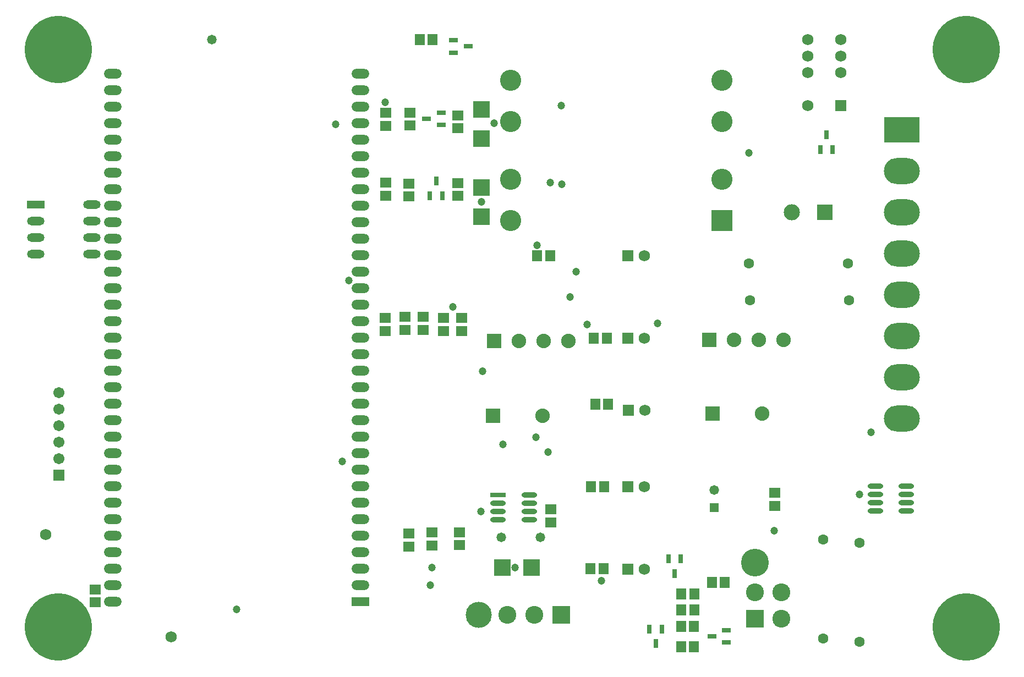
<source format=gts>
G04 Layer_Color=8388736*
%FSLAX25Y25*%
%MOIN*%
G70*
G01*
G75*
%ADD50R,0.05328X0.03162*%
%ADD51R,0.06312X0.06706*%
%ADD52R,0.10642X0.05131*%
%ADD53O,0.10642X0.05131*%
%ADD54R,0.09855X0.09855*%
%ADD55R,0.03162X0.05328*%
%ADD56R,0.06706X0.06312*%
%ADD57R,0.09461X0.03162*%
%ADD58O,0.09461X0.03162*%
%ADD59R,0.09855X0.09855*%
%ADD60R,0.06706X0.06706*%
%ADD61C,0.06706*%
%ADD62R,0.10800X0.05800*%
%ADD63O,0.10800X0.05800*%
%ADD64C,0.09800*%
%ADD65R,0.09800X0.09800*%
%ADD66C,0.16800*%
%ADD67C,0.10800*%
%ADD68R,0.10800X0.10800*%
%ADD69C,0.15800*%
%ADD70R,0.12800X0.12800*%
%ADD71C,0.12800*%
%ADD72R,0.06800X0.06800*%
%ADD73C,0.06800*%
%ADD74O,0.21800X0.15800*%
%ADD75R,0.21800X0.15800*%
%ADD76R,0.06800X0.06800*%
%ADD77R,0.08800X0.08800*%
%ADD78C,0.08800*%
%ADD79R,0.05800X0.05800*%
%ADD80C,0.05800*%
%ADD81C,0.06312*%
%ADD82R,0.08800X0.08800*%
%ADD83C,0.40800*%
%ADD84C,0.04737*%
D50*
X422071Y19500D02*
D03*
X430929Y23240D02*
D03*
Y15760D02*
D03*
X274429Y377051D02*
D03*
X265571Y373311D02*
D03*
Y380791D02*
D03*
X249142Y333240D02*
D03*
X258000Y336980D02*
D03*
Y329500D02*
D03*
D51*
X403500Y35500D02*
D03*
X411374D02*
D03*
X324059Y250000D02*
D03*
X316185D02*
D03*
X252937Y381000D02*
D03*
X245063D02*
D03*
X429937Y52000D02*
D03*
X422063D02*
D03*
X403500Y45000D02*
D03*
X411374D02*
D03*
X403441Y13000D02*
D03*
X411315D02*
D03*
X356437Y60500D02*
D03*
X348563D02*
D03*
X348941Y110000D02*
D03*
X356815D02*
D03*
X351441Y160000D02*
D03*
X359315D02*
D03*
X350563Y200000D02*
D03*
X358437D02*
D03*
X403441Y25500D02*
D03*
X411315D02*
D03*
D52*
X12602Y281000D02*
D03*
D53*
Y271000D02*
D03*
Y261000D02*
D03*
Y251000D02*
D03*
X46500Y281000D02*
D03*
Y271000D02*
D03*
Y261000D02*
D03*
Y251000D02*
D03*
D54*
X282500Y291500D02*
D03*
Y273783D02*
D03*
Y338717D02*
D03*
Y321000D02*
D03*
D55*
X388000Y15000D02*
D03*
X384260Y23858D02*
D03*
X391740D02*
D03*
X399500Y57500D02*
D03*
X395760Y66358D02*
D03*
X403240D02*
D03*
X255000Y295500D02*
D03*
X258740Y286642D02*
D03*
X251260D02*
D03*
X491500Y323500D02*
D03*
X495240Y314642D02*
D03*
X487760D02*
D03*
D56*
X324500Y88563D02*
D03*
Y96437D02*
D03*
X259500Y204626D02*
D03*
Y212500D02*
D03*
X460000Y106437D02*
D03*
Y98563D02*
D03*
X236000Y205126D02*
D03*
Y213000D02*
D03*
X247000Y205126D02*
D03*
Y213000D02*
D03*
X270500Y204626D02*
D03*
Y212500D02*
D03*
X252500Y74563D02*
D03*
Y82437D02*
D03*
X238500Y81815D02*
D03*
Y73941D02*
D03*
X224500Y286563D02*
D03*
Y294437D02*
D03*
X268000Y286441D02*
D03*
Y294315D02*
D03*
X224500Y328941D02*
D03*
Y336815D02*
D03*
X224000Y204626D02*
D03*
Y212500D02*
D03*
X269000Y74685D02*
D03*
Y82559D02*
D03*
X238500Y286063D02*
D03*
Y293937D02*
D03*
X48500Y47937D02*
D03*
Y40063D02*
D03*
X239000Y329063D02*
D03*
Y336937D02*
D03*
X268000Y327441D02*
D03*
Y335315D02*
D03*
D57*
X292602Y105000D02*
D03*
D58*
Y100000D02*
D03*
Y95000D02*
D03*
Y90000D02*
D03*
X311500Y105000D02*
D03*
Y100000D02*
D03*
Y95000D02*
D03*
Y90000D02*
D03*
X521051Y110500D02*
D03*
Y105500D02*
D03*
Y100500D02*
D03*
Y95500D02*
D03*
X539949Y110500D02*
D03*
Y105500D02*
D03*
Y100500D02*
D03*
Y95500D02*
D03*
D59*
X295000Y61000D02*
D03*
X312717D02*
D03*
D60*
X26500Y117000D02*
D03*
D61*
Y127000D02*
D03*
Y137000D02*
D03*
Y147000D02*
D03*
Y157000D02*
D03*
Y167000D02*
D03*
D62*
X209000Y40500D02*
D03*
D63*
Y50500D02*
D03*
Y60500D02*
D03*
Y70500D02*
D03*
Y80500D02*
D03*
Y90500D02*
D03*
Y100500D02*
D03*
Y110500D02*
D03*
Y120500D02*
D03*
Y130500D02*
D03*
Y140500D02*
D03*
Y150500D02*
D03*
Y160500D02*
D03*
Y170500D02*
D03*
Y180500D02*
D03*
Y190500D02*
D03*
Y200500D02*
D03*
Y210500D02*
D03*
Y220500D02*
D03*
Y230500D02*
D03*
Y240500D02*
D03*
Y250500D02*
D03*
Y260500D02*
D03*
Y270500D02*
D03*
Y280500D02*
D03*
Y290500D02*
D03*
Y300500D02*
D03*
Y310500D02*
D03*
Y320500D02*
D03*
Y330500D02*
D03*
Y340500D02*
D03*
Y350500D02*
D03*
Y360500D02*
D03*
X59000Y40500D02*
D03*
Y50500D02*
D03*
Y60500D02*
D03*
Y70500D02*
D03*
Y80500D02*
D03*
Y90500D02*
D03*
Y100500D02*
D03*
Y110500D02*
D03*
Y120500D02*
D03*
Y130500D02*
D03*
Y140500D02*
D03*
Y150500D02*
D03*
Y160500D02*
D03*
Y170500D02*
D03*
Y180500D02*
D03*
Y190500D02*
D03*
Y200500D02*
D03*
Y210500D02*
D03*
Y220500D02*
D03*
Y230500D02*
D03*
Y240500D02*
D03*
Y250500D02*
D03*
Y260500D02*
D03*
Y270500D02*
D03*
Y280500D02*
D03*
Y290500D02*
D03*
Y300500D02*
D03*
Y310500D02*
D03*
Y320500D02*
D03*
Y330500D02*
D03*
Y340500D02*
D03*
Y350500D02*
D03*
Y360500D02*
D03*
D64*
X470500Y276500D02*
D03*
D65*
X490500D02*
D03*
D66*
X448000Y64000D02*
D03*
D67*
X464300Y46300D02*
D03*
X448000D02*
D03*
X464300Y30000D02*
D03*
X298200Y32500D02*
D03*
X314500D02*
D03*
D68*
X448000Y30000D02*
D03*
X330800Y32500D02*
D03*
D69*
X280800D02*
D03*
D70*
X428000Y271500D02*
D03*
D71*
Y296500D02*
D03*
X300000Y271500D02*
D03*
Y296500D02*
D03*
Y356500D02*
D03*
Y331500D02*
D03*
X428000Y356500D02*
D03*
Y331500D02*
D03*
D72*
X371000Y250000D02*
D03*
Y200000D02*
D03*
X371500Y156500D02*
D03*
X371000Y110000D02*
D03*
Y60000D02*
D03*
D73*
X381000Y250000D02*
D03*
Y200000D02*
D03*
X381500Y156500D02*
D03*
X381000Y110000D02*
D03*
Y60000D02*
D03*
X500000Y361000D02*
D03*
Y371000D02*
D03*
Y381000D02*
D03*
X480000Y341000D02*
D03*
Y361000D02*
D03*
Y371000D02*
D03*
Y381000D02*
D03*
X94500Y19000D02*
D03*
X18500Y81000D02*
D03*
D74*
X537000Y151551D02*
D03*
Y176551D02*
D03*
Y201551D02*
D03*
Y226551D02*
D03*
Y251551D02*
D03*
Y276551D02*
D03*
Y301551D02*
D03*
D75*
Y326551D02*
D03*
D76*
X500000Y341000D02*
D03*
D77*
X420500Y199000D02*
D03*
X290000Y198500D02*
D03*
D78*
X435500Y199000D02*
D03*
X450500D02*
D03*
X465500D02*
D03*
X335000Y198500D02*
D03*
X320000D02*
D03*
X305000D02*
D03*
X319500Y153000D02*
D03*
X452500Y154500D02*
D03*
D79*
X423500Y97500D02*
D03*
D80*
Y108000D02*
D03*
X294500Y79500D02*
D03*
X318000D02*
D03*
X119000Y381000D02*
D03*
D81*
X489500Y18000D02*
D03*
Y78000D02*
D03*
X511500Y76000D02*
D03*
Y16000D02*
D03*
X505000Y223000D02*
D03*
X445000D02*
D03*
X504500Y245500D02*
D03*
X444500D02*
D03*
D82*
X289500Y153000D02*
D03*
X422500Y154500D02*
D03*
D83*
X576000Y25000D02*
D03*
Y375000D02*
D03*
X26000D02*
D03*
Y25000D02*
D03*
D84*
X265000Y219000D02*
D03*
X290000Y330358D02*
D03*
X283000Y180000D02*
D03*
X518500Y143300D02*
D03*
X295401Y135800D02*
D03*
X251400Y50500D02*
D03*
X194300Y329800D02*
D03*
X224100Y343100D02*
D03*
X389100Y209100D02*
D03*
X336100Y225100D02*
D03*
X282500Y282700D02*
D03*
X330800Y341000D02*
D03*
X202000Y235000D02*
D03*
X346400Y208400D02*
D03*
X331000Y293600D02*
D03*
X322900Y131200D02*
D03*
X355000Y53300D02*
D03*
X134000Y35800D02*
D03*
X198200Y125500D02*
D03*
X282300Y95000D02*
D03*
X324100Y294400D02*
D03*
X252500Y61000D02*
D03*
X302800D02*
D03*
X444500Y312600D02*
D03*
X339700Y240500D02*
D03*
X316185Y256600D02*
D03*
X511500Y105500D02*
D03*
X459800Y83500D02*
D03*
X315500Y140000D02*
D03*
M02*

</source>
